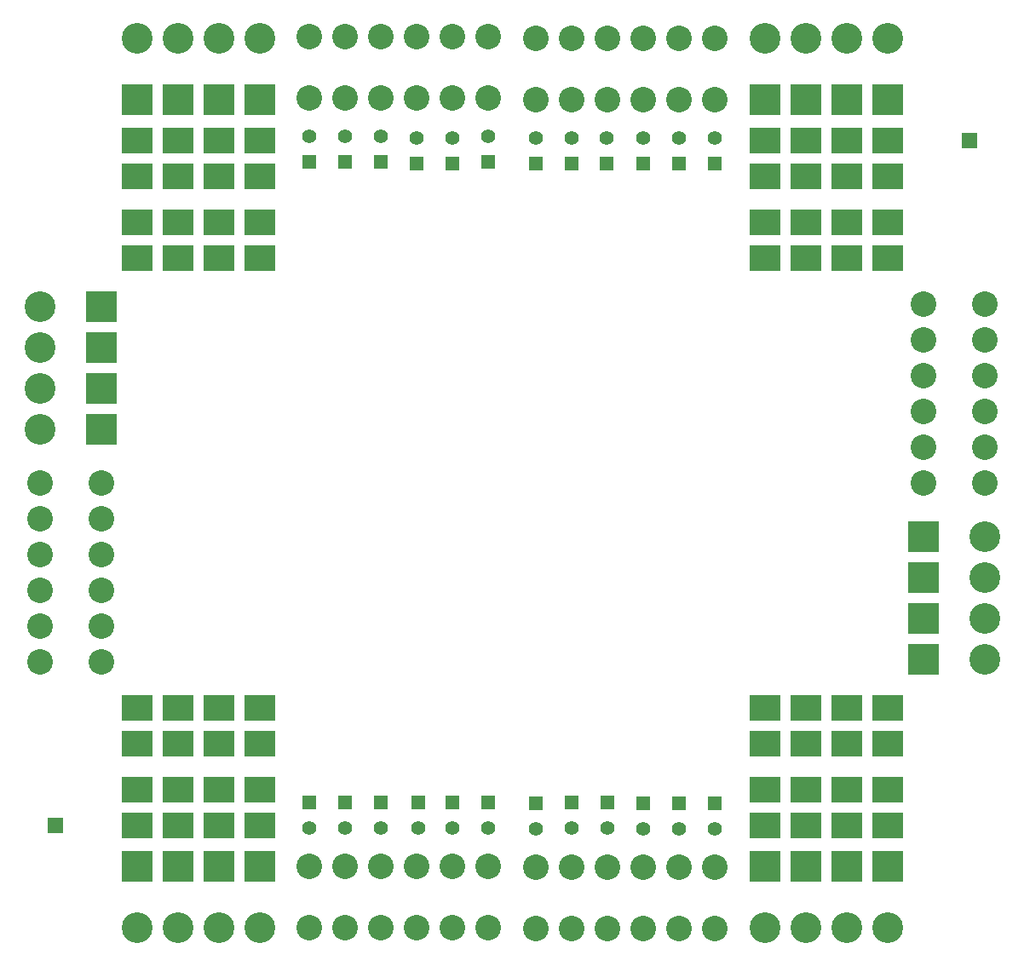
<source format=gts>
G04 (created by PCBNEW (2013-07-07 BZR 4022)-stable) date 11/02/2014 19:36:51*
%MOIN*%
G04 Gerber Fmt 3.4, Leading zero omitted, Abs format*
%FSLAX34Y34*%
G01*
G70*
G90*
G04 APERTURE LIST*
%ADD10C,0.00590551*%
%ADD11R,0.12X0.1*%
%ADD12R,0.12X0.12*%
%ADD13C,0.12*%
%ADD14C,0.1*%
%ADD15R,0.055X0.055*%
%ADD16C,0.055*%
%ADD17R,0.06X0.06*%
G04 APERTURE END LIST*
G54D10*
G54D11*
X80600Y-31000D03*
X80600Y-29600D03*
X80600Y-27800D03*
X80600Y-26400D03*
X80600Y-48600D03*
X80600Y-50000D03*
X80600Y-51800D03*
X80600Y-53200D03*
X82200Y-31000D03*
X82200Y-29600D03*
X82200Y-27800D03*
X82200Y-26400D03*
X82200Y-48600D03*
X82200Y-50000D03*
X82200Y-51800D03*
X82200Y-53200D03*
X83800Y-31000D03*
X83800Y-29600D03*
X83800Y-27800D03*
X83800Y-26400D03*
X83800Y-48600D03*
X83800Y-50000D03*
X83800Y-51800D03*
X83800Y-53200D03*
X85400Y-31000D03*
X85400Y-29600D03*
X85400Y-27800D03*
X85400Y-26400D03*
X85400Y-48600D03*
X85400Y-50000D03*
X85400Y-51800D03*
X85400Y-53200D03*
G54D12*
X79200Y-32900D03*
G54D13*
X76800Y-32900D03*
G54D12*
X79200Y-34500D03*
G54D13*
X76800Y-34500D03*
G54D12*
X79200Y-36100D03*
G54D13*
X76800Y-36100D03*
G54D12*
X79200Y-37700D03*
G54D13*
X76800Y-37700D03*
G54D12*
X80600Y-24800D03*
G54D13*
X80600Y-22400D03*
G54D12*
X80600Y-54800D03*
G54D13*
X80600Y-57200D03*
G54D12*
X82200Y-24800D03*
G54D13*
X82200Y-22400D03*
G54D12*
X82200Y-54800D03*
G54D13*
X82200Y-57200D03*
G54D12*
X83800Y-24800D03*
G54D13*
X83800Y-22400D03*
G54D12*
X83800Y-54800D03*
G54D13*
X83800Y-57200D03*
G54D12*
X85400Y-24800D03*
G54D13*
X85400Y-22400D03*
G54D12*
X85400Y-54800D03*
G54D13*
X85400Y-57200D03*
G54D14*
X79200Y-39800D03*
X76800Y-39800D03*
X79200Y-41200D03*
X76800Y-41200D03*
X79200Y-42600D03*
X76800Y-42600D03*
X79200Y-44000D03*
X76800Y-44000D03*
X79200Y-45400D03*
X76800Y-45400D03*
X79200Y-46800D03*
X76800Y-46800D03*
X87350Y-24750D03*
X87350Y-22350D03*
X87350Y-54800D03*
X87350Y-57200D03*
X88750Y-24750D03*
X88750Y-22350D03*
X88750Y-54800D03*
X88750Y-57200D03*
X90150Y-24750D03*
X90150Y-22350D03*
X90150Y-54800D03*
X90150Y-57200D03*
X91550Y-24750D03*
X91550Y-22350D03*
X91550Y-54800D03*
X91550Y-57200D03*
X92950Y-24750D03*
X92950Y-22350D03*
X92950Y-54800D03*
X92950Y-57200D03*
X94350Y-24750D03*
X94350Y-22350D03*
X94350Y-54800D03*
X94350Y-57200D03*
G54D15*
X87350Y-27250D03*
G54D16*
X87350Y-26250D03*
G54D15*
X87350Y-52300D03*
G54D16*
X87350Y-53300D03*
G54D15*
X88750Y-27250D03*
G54D16*
X88750Y-26250D03*
G54D15*
X88750Y-52300D03*
G54D16*
X88750Y-53300D03*
G54D15*
X90150Y-27250D03*
G54D16*
X90150Y-26250D03*
G54D15*
X90150Y-52300D03*
G54D16*
X90150Y-53300D03*
G54D15*
X91550Y-27300D03*
G54D16*
X91550Y-26300D03*
G54D15*
X91600Y-52300D03*
G54D16*
X91600Y-53300D03*
G54D15*
X92950Y-27300D03*
G54D16*
X92950Y-26300D03*
G54D15*
X92950Y-52300D03*
G54D16*
X92950Y-53300D03*
G54D15*
X94350Y-27250D03*
G54D16*
X94350Y-26250D03*
G54D15*
X94350Y-52300D03*
G54D16*
X94350Y-53300D03*
G54D17*
X77400Y-53200D03*
G54D11*
X109972Y-48587D03*
X109972Y-49987D03*
X109972Y-51787D03*
X109972Y-53187D03*
X109972Y-30987D03*
X109972Y-29587D03*
X109972Y-27787D03*
X109972Y-26387D03*
X108372Y-48587D03*
X108372Y-49987D03*
X108372Y-51787D03*
X108372Y-53187D03*
X108372Y-30987D03*
X108372Y-29587D03*
X108372Y-27787D03*
X108372Y-26387D03*
X106772Y-48587D03*
X106772Y-49987D03*
X106772Y-51787D03*
X106772Y-53187D03*
X106772Y-30987D03*
X106772Y-29587D03*
X106772Y-27787D03*
X106772Y-26387D03*
X105172Y-48587D03*
X105172Y-49987D03*
X105172Y-51787D03*
X105172Y-53187D03*
X105172Y-30987D03*
X105172Y-29587D03*
X105172Y-27787D03*
X105172Y-26387D03*
G54D12*
X111372Y-46687D03*
G54D13*
X113772Y-46687D03*
G54D12*
X111372Y-45087D03*
G54D13*
X113772Y-45087D03*
G54D12*
X111372Y-43487D03*
G54D13*
X113772Y-43487D03*
G54D12*
X111372Y-41887D03*
G54D13*
X113772Y-41887D03*
G54D12*
X109972Y-54787D03*
G54D13*
X109972Y-57187D03*
G54D12*
X109972Y-24787D03*
G54D13*
X109972Y-22387D03*
G54D12*
X108372Y-54787D03*
G54D13*
X108372Y-57187D03*
G54D12*
X108372Y-24787D03*
G54D13*
X108372Y-22387D03*
G54D12*
X106772Y-54787D03*
G54D13*
X106772Y-57187D03*
G54D12*
X106772Y-24787D03*
G54D13*
X106772Y-22387D03*
G54D12*
X105172Y-54787D03*
G54D13*
X105172Y-57187D03*
G54D12*
X105172Y-24787D03*
G54D13*
X105172Y-22387D03*
G54D14*
X111372Y-39787D03*
X113772Y-39787D03*
X111372Y-38387D03*
X113772Y-38387D03*
X111372Y-36987D03*
X113772Y-36987D03*
X111372Y-35587D03*
X113772Y-35587D03*
X111372Y-34187D03*
X113772Y-34187D03*
X111372Y-32787D03*
X113772Y-32787D03*
X103222Y-54837D03*
X103222Y-57237D03*
X103222Y-24787D03*
X103222Y-22387D03*
X101822Y-54837D03*
X101822Y-57237D03*
X101822Y-24787D03*
X101822Y-22387D03*
X100422Y-54837D03*
X100422Y-57237D03*
X100422Y-24787D03*
X100422Y-22387D03*
X99022Y-54837D03*
X99022Y-57237D03*
X99022Y-24787D03*
X99022Y-22387D03*
X97622Y-54837D03*
X97622Y-57237D03*
X97622Y-24787D03*
X97622Y-22387D03*
X96222Y-54837D03*
X96222Y-57237D03*
X96222Y-24787D03*
X96222Y-22387D03*
G54D15*
X103222Y-52337D03*
G54D16*
X103222Y-53337D03*
G54D15*
X103222Y-27287D03*
G54D16*
X103222Y-26287D03*
G54D15*
X101822Y-52337D03*
G54D16*
X101822Y-53337D03*
G54D15*
X101822Y-27287D03*
G54D16*
X101822Y-26287D03*
G54D15*
X100422Y-52337D03*
G54D16*
X100422Y-53337D03*
G54D15*
X100422Y-27287D03*
G54D16*
X100422Y-26287D03*
G54D15*
X99022Y-52287D03*
G54D16*
X99022Y-53287D03*
G54D15*
X98972Y-27287D03*
G54D16*
X98972Y-26287D03*
G54D15*
X97622Y-52287D03*
G54D16*
X97622Y-53287D03*
G54D15*
X97622Y-27287D03*
G54D16*
X97622Y-26287D03*
G54D15*
X96222Y-52337D03*
G54D16*
X96222Y-53337D03*
G54D15*
X96222Y-27287D03*
G54D16*
X96222Y-26287D03*
G54D17*
X113172Y-26387D03*
M02*

</source>
